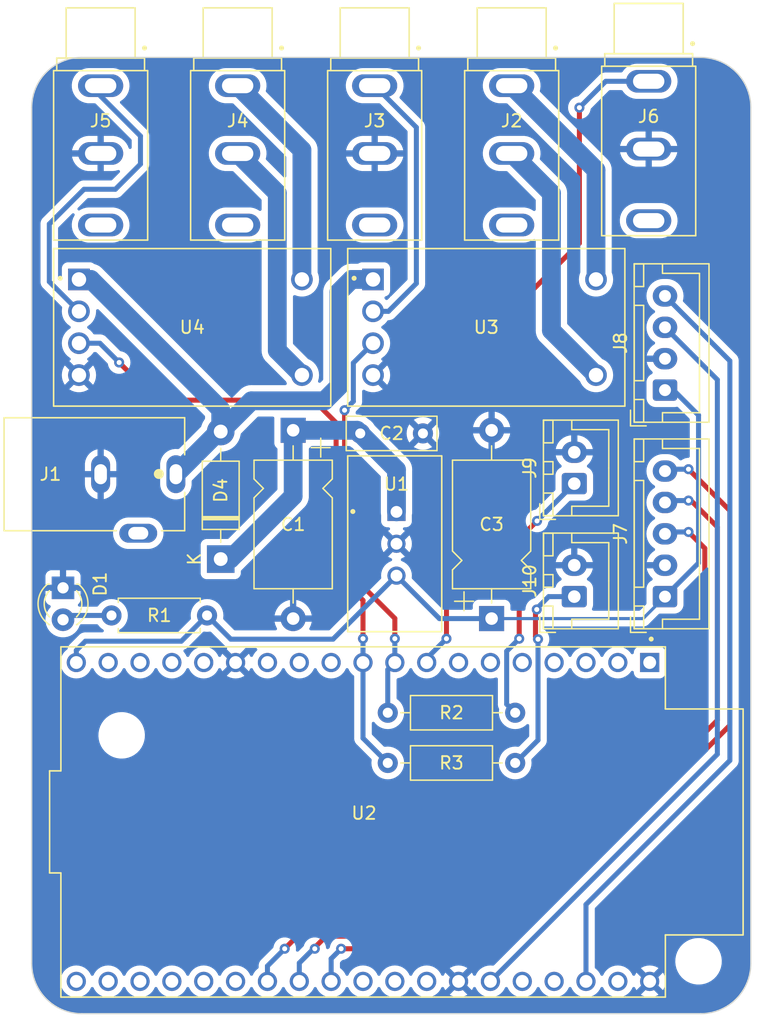
<source format=kicad_pcb>
(kicad_pcb (version 20221018) (generator pcbnew)
  (layers (0 "F.Cu" signal) (31 "B.Cu" signal) (34 "B.Paste" user) (35 "F.Paste" user) (36 "B.SilkS" user "B.Silkscreen") (37 "F.SilkS" user "F.Silkscreen") (38 "B.Mask" user) (39 "F.Mask" user) (44 "Edge.Cuts" user))
  (net 0 "")
  (net 1 "GND")
  (net 2 "+5V")
  (net 3 "/AN_1.1")
  (net 4 "/AN_2.1")
  (net 5 "/PWM_2.2")
  (net 6 "/SCL")
  (net 7 "/SDA")
  (net 8 "/A")
  (net 10 "VCC")
  (net 11 "Net-(U3--Vout)")
  (net 12 "Net-(U3-+Vout)")
  (net 18 "/trigger")
  (net 19 "Net-(D1-A)")
  (net 20 "Net-(J9-Pin_1)")
  (net 21 "Net-(J10-Pin_1)")
  (net 22 "Net-(D4-K)")
  (net 23 "Net-(U4-+Vout)")
  (net 24 "Net-(U4--Vout)")
  (net 44 "/SW")
  (net 46 "/B")
  (net 53 "/PWM_1.2")
  (footprint "DRIVER_LED:CUI_MJ-3502" (layer "F.Cu") (at 48.175 27.8 -90)
    (fp_text reference "J3" (at -2.75 0 -180) (layer "F.SilkS") (effects (font (size 1.000583 1.000583))))
    (fp_text value "MJ-3502")
    (pad "1" thru_hole oval (at -5.55 0 270) (size 1.8 3.6) (drill oval 1.2 2.5) (layers "*.Cu" "*.Mask") (net 3 "/AN_1.1"))
    (pad "2" thru_hole oval (at -0.15 0 270) (size 1.8 3.6) (drill oval 1.2 2.5) (layers "*.Cu" "*.Mask") (net 1 "GND"))
    (pad "3" thru_hole oval (at 5.55 0 270) (size 1.8 3.6) (drill oval 1.2 2.5) (layers "*.Cu" "*.Mask"))
  )
  (footprint "Resistor_THT:R_Axial_DIN0207_L6.3mm_D2.5mm_P7.62mm_Horizontal" (layer "F.Cu") (at 34.81 64.45 180)
    (fp_text reference "R1" (at 3.81 0 180) (layer "F.SilkS"))
    (fp_text value "R" hide)
    (pad "1" thru_hole circle (at 0 0 180) (size 1.6 1.6) (drill 0.8) (layers "*.Cu" "*.Mask") (net 2 "+5V"))
    (pad "2" thru_hole oval (at 7.62 0 180) (size 1.6 1.6) (drill 0.8) (layers "*.Cu" "*.Mask") (net 19 "Net-(D1-A)"))
  )
  (footprint "DRIVER_LED:TSR_2-2450" (layer "F.Cu") (at 49.775 58.74 -90)
    (fp_text reference "U1" (at -4.75 -0.14) (layer "F.SilkS"))
    (fp_text value "TSR1-2450E")
    (pad "1" thru_hole rect (at -2.54 -0.14 270) (size 1.448 1.448) (drill 0.94) (layers "*.Cu" "*.Mask") (net 22 "Net-(D4-K)"))
    (pad "2" thru_hole circle (at 0 -0.14 270) (size 1.448 1.448) (drill 0.94) (layers "*.Cu" "*.Mask") (net 1 "GND"))
    (pad "3" thru_hole circle (at 2.54 -0.14 270) (size 1.448 1.448) (drill 0.94) (layers "*.Cu" "*.Mask") (net 2 "+5V"))
  )
  (footprint "DRIVER_LED:CONV_RCD-24-1.20" (layer "F.Cu") (at 57.075 41.5)
    (fp_text reference "U3" (at 0 0) (layer "F.SilkS"))
    (fp_text value "RCD-24_1")
    (pad "1" thru_hole rect (at -9.03 -3.815) (size 1.725 1.725) (drill 1.15) (layers "*.Cu" "*.Mask") (net 10 "VCC"))
    (pad "2" thru_hole circle (at -9.03 -1.275) (size 1.725 1.725) (drill 1.15) (layers "*.Cu" "*.Mask") (net 3 "/AN_1.1"))
    (pad "3" thru_hole circle (at -9.03 1.265) (size 1.725 1.725) (drill 1.15) (layers "*.Cu" "*.Mask") (net 53 "/PWM_1.2"))
    (pad "4" thru_hole circle (at -9.03 3.805) (size 1.725 1.725) (drill 1.15) (layers "*.Cu" "*.Mask") (net 1 "GND"))
    (pad "5" thru_hole circle (at 8.75 3.805) (size 1.725 1.725) (drill 1.15) (layers "*.Cu" "*.Mask") (net 11 "Net-(U3--Vout)"))
    (pad "6" thru_hole circle (at 8.75 -3.815) (size 1.725 1.725) (drill 1.15) (layers "*.Cu" "*.Mask") (net 12 "Net-(U3-+Vout)"))
  )
  (footprint "Resistor_THT:R_Axial_DIN0207_L6.3mm_D2.5mm_P10.16mm_Horizontal" (layer "F.Cu") (at 49.22 76.2)
    (fp_text reference "R3" (at 5.08 0) (layer "F.SilkS"))
    (fp_text value "R" hide)
    (pad "1" thru_hole circle (at 0 0) (size 1.6 1.6) (drill 0.8) (layers "*.Cu" "*.Mask") (net 5 "/PWM_2.2"))
    (pad "2" thru_hole oval (at 10.16 0) (size 1.6 1.6) (drill 0.8) (layers "*.Cu" "*.Mask") (net 21 "Net-(J10-Pin_1)"))
  )
  (footprint "Connector_JST:JST_XH_B4B-XH-A_1x04_P2.50mm_Vertical" (layer "F.Cu") (at 71.325 46.5 90)
    (fp_text reference "J8" (at 3.75 -3.55 90) (layer "F.SilkS"))
    (fp_text value "EcranIHM")
    (pad "1" thru_hole roundrect (at 0 0 90) (size 1.7 1.95) (drill 0.95) (layers "*.Cu" "*.Mask") (roundrect_rratio 0.1470588235) (net 2 "+5V"))
    (pad "2" thru_hole oval (at 2.5 0 90) (size 1.7 1.95) (drill 0.95) (layers "*.Cu" "*.Mask") (net 1 "GND"))
    (pad "3" thru_hole oval (at 5 0 90) (size 1.7 1.95) (drill 0.95) (layers "*.Cu" "*.Mask") (net 7 "/SDA"))
    (pad "4" thru_hole oval (at 7.5 0 90) (size 1.7 1.95) (drill 0.95) (layers "*.Cu" "*.Mask") (net 6 "/SCL"))
  )
  (footprint "DRIVER_LED:CUI_MJ-3502" (layer "F.Cu") (at 37.25 27.8 -90)
    (fp_text reference "J4" (at -2.75 0) (layer "F.SilkS") (effects (font (size 1.000583 1.000583))))
    (fp_text value "MJ-3502")
    (pad "1" thru_hole oval (at -5.55 0 270) (size 1.8 3.6) (drill oval 1.2 2.5) (layers "*.Cu" "*.Mask") (net 23 "Net-(U4-+Vout)"))
    (pad "2" thru_hole oval (at -0.15 0 270) (size 1.8 3.6) (drill oval 1.2 2.5) (layers "*.Cu" "*.Mask") (net 24 "Net-(U4--Vout)"))
    (pad "3" thru_hole oval (at 5.55 0 270) (size 1.8 3.6) (drill oval 1.2 2.5) (layers "*.Cu" "*.Mask"))
  )
  (footprint "DRIVER_LED:CUI_PJ-102AH" (layer "F.Cu") (at 25.825 53.2 180)
    (fp_text reference "J1" (at 3.5 0) (layer "F.SilkS") (effects (font (size 1.001213 1.001213))))
    (fp_text value "PJ-102AH")
    (pad "1" thru_hole oval (at -6.5 0 180) (size 1.508 3.016) (drill oval 1 1.6) (layers "*.Cu" "*.Mask") (net 10 "VCC"))
    (pad "2" thru_hole oval (at -0.5 0 180) (size 1.508 3.016) (drill oval 1 1.6) (layers "*.Cu" "*.Mask") (net 1 "GND"))
    (pad "3" thru_hole oval (at -3.5 -4.7 180) (size 3.016 1.508) (drill oval 1.6 1) (layers "*.Cu" "*.Mask"))
  )
  (footprint "DRIVER_LED:CUI_MJ-3502" (layer "F.Cu") (at 26.325 27.8 -90)
    (fp_text reference "J5" (at -2.75 0 -180) (layer "F.SilkS") (effects (font (size 1.000583 1.000583))))
    (fp_text value "MJ-3502")
    (pad "1" thru_hole oval (at -5.55 0 270) (size 1.8 3.6) (drill oval 1.2 2.5) (layers "*.Cu" "*.Mask") (net 4 "/AN_2.1"))
    (pad "2" thru_hole oval (at -0.15 0 270) (size 1.8 3.6) (drill oval 1.2 2.5) (layers "*.Cu" "*.Mask") (net 1 "GND"))
    (pad "3" thru_hole oval (at 5.55 0 270) (size 1.8 3.6) (drill oval 1.2 2.5) (layers "*.Cu" "*.Mask"))
  )
  (footprint "Connector_JST:JST_XH_B2B-XH-A_1x02_P2.50mm_Vertical" (layer "F.Cu") (at 64.091666 53.95 90)
    (fp_text reference "J9" (at 1.25 -3.55 90) (layer "F.SilkS"))
    (fp_text value "LEDINFO1")
    (pad "1" thru_hole roundrect (at 0 0 90) (size 1.7 2) (drill 1) (layers "*.Cu" "*.Mask") (roundrect_rratio 0.1470588235) (net 20 "Net-(J9-Pin_1)"))
    (pad "2" thru_hole oval (at 2.5 0 90) (size 1.7 2) (drill 1) (layers "*.Cu" "*.Mask") (net 1 "GND"))
  )
  (footprint "Diode_THT:D_DO-41_SOD81_P10.16mm_Horizontal" (layer "F.Cu") (at 35.9 59.96 90)
    (fp_text reference "D4" (at 5.47 0 90) (layer "F.SilkS"))
    (fp_text value "D_Schottky")
    (fp_text user "K" (at 0 -2.1 90) (layer "F.SilkS"))
    (pad "1" thru_hole rect (at 0 0 90) (size 2.2 2.2) (drill 1.1) (layers "*.Cu" "*.Mask") (net 22 "Net-(D4-K)"))
    (pad "2" thru_hole oval (at 10.16 0 90) (size 2.2 2.2) (drill 1.1) (layers "*.Cu" "*.Mask") (net 10 "VCC"))
  )
  (footprint "MountingHole:MountingHole_3.2mm_M3" (layer "F.Cu") (at 74 92)
    (fp_text reference "H1" hide)
    (fp_text value "MountingHole" hide)
    (pad "" np_thru_hole circle (at 0 0) (size 3.2 3.2) (drill 3.2) (layers "F&B.Cu" "*.Mask"))
  )
  (footprint "Capacitor_THT:C_Rect_L7.0mm_W2.5mm_P5.00mm" (layer "F.Cu") (at 47.025 49.95)
    (fp_text reference "C2" (at 2.5 0) (layer "F.SilkS"))
    (fp_text value "100n" hide)
    (pad "1" thru_hole circle (at 0 0) (size 1.6 1.6) (drill 0.8) (layers "*.Cu" "*.Mask") (net 22 "Net-(D4-K)"))
    (pad "2" thru_hole circle (at 5 0) (size 1.6 1.6) (drill 0.8) (layers "*.Cu" "*.Mask") (net 1 "GND"))
  )
  (footprint "DRIVER_LED:CUI_MJ-3502" (layer "F.Cu") (at 59.1 27.8 -90)
    (fp_text reference "J2" (at -2.75 0 -180) (layer "F.SilkS") (effects (font (size 1.000583 1.000583))))
    (fp_text value "MJ-3502")
    (pad "1" thru_hole oval (at -5.55 0 270) (size 1.8 3.6) (drill oval 1.2 2.5) (layers "*.Cu" "*.Mask") (net 12 "Net-(U3-+Vout)"))
    (pad "2" thru_hole oval (at -0.15 0 270) (size 1.8 3.6) (drill oval 1.2 2.5) (layers "*.Cu" "*.Mask") (net 11 "Net-(U3--Vout)"))
    (pad "3" thru_hole oval (at 5.55 0 270) (size 1.8 3.6) (drill oval 1.2 2.5) (layers "*.Cu" "*.Mask"))
  )
  (footprint "MountingHole:MountingHole_3.2mm_M3" (layer "F.Cu") (at 28 74)
    (fp_text reference "H2" hide)
    (fp_text value "MountingHole" hide)
    (pad "" np_thru_hole circle (at 0 0) (size 3.2 3.2) (drill 3.2) (layers "F&B.Cu" "*.Mask"))
  )
  (footprint "DRIVER_LED:CONV_RCD-24-1.20" (layer "F.Cu") (at 33.625 41.5)
    (fp_text reference "U4" (at 0 0) (layer "F.SilkS"))
    (fp_text value "RCD-24_2")
    (pad "1" thru_hole rect (at -9.03 -3.815) (size 1.725 1.725) (drill 1.15) (layers "*.Cu" "*.Mask") (net 10 "VCC"))
    (pad "2" thru_hole circle (at -9.03 -1.275) (size 1.725 1.725) (drill 1.15) (layers "*.Cu" "*.Mask") (net 4 "/AN_2.1"))
    (pad "3" thru_hole circle (at -9.03 1.265) (size 1.725 1.725) (drill 1.15) (layers "*.Cu" "*.Mask") (net 5 "/PWM_2.2"))
    (pad "4" thru_hole circle (at -9.03 3.805) (size 1.725 1.725) (drill 1.15) (layers "*.Cu" "*.Mask") (net 1 "GND"))
    (pad "5" thru_hole circle (at 8.75 3.805) (size 1.725 1.725) (drill 1.15) (layers "*.Cu" "*.Mask") (net 24 "Net-(U4--Vout)"))
    (pad "6" thru_hole circle (at 8.75 -3.815) (size 1.725 1.725) (drill 1.15) (layers "*.Cu" "*.Mask") (net 23 "Net-(U4-+Vout)"))
  )
  (footprint "Capacitor_THT:CP_Axial_L10.0mm_D6.0mm_P15.00mm_Horizontal" (layer "F.Cu") (at 57.5 64.7 90)
    (fp_text reference "C3" (at 7.5 0 180) (layer "F.SilkS"))
    (fp_text value "100u" hide)
    (pad "1" thru_hole rect (at 0 0 90) (size 2 2) (drill 1) (layers "*.Cu" "*.Mask") (net 2 "+5V"))
    (pad "2" thru_hole oval (at 15 0 90) (size 2 2) (drill 1) (layers "*.Cu" "*.Mask") (net 1 "GND"))
  )
  (footprint "LED_THT:LED_D3.0mm" (layer "F.Cu") (at 23.325 62.25 -90)
    (fp_text reference "D1" (at -0.3 -2.96 90) (layer "F.SilkS"))
    (fp_text value "LED VERTE")
    (pad "1" thru_hole rect (at 0 0 270) (size 1.8 1.8) (drill 0.9) (layers "*.Cu" "*.Mask") (net 1 "GND"))
    (pad "2" thru_hole circle (at 2.54 0 270) (size 1.8 1.8) (drill 0.9) (layers "*.Cu" "*.Mask") (net 19 "Net-(D1-A)"))
  )
  (footprint "Capacitor_THT:CP_Axial_L10.0mm_D6.0mm_P15.00mm_Horizontal" (layer "F.Cu") (at 41.675 49.7 -90)
    (fp_text reference "C1" (at 7.5 0 -180) (layer "F.SilkS"))
    (fp_text value "10u" hide)
    (pad "1" thru_hole rect (at 0 0 270) (size 2 2) (drill 1) (layers "*.Cu" "*.Mask") (net 22 "Net-(D4-K)"))
    (pad "2" thru_hole oval (at 15 0 270) (size 2 2) (drill 1) (layers "*.Cu" "*.Mask") (net 1 "GND"))
  )
  (footprint "DRIVER_LED:CUI_MJ-3502" (layer "F.Cu") (at 70.025 27.45 -90)
    (fp_text reference "J6" (at -2.75 0) (layer "F.SilkS") (effects (font (size 1.000583 1.000583))))
    (fp_text value "MJ-3502")
    (pad "1" thru_hole oval (at -5.55 0 270) (size 1.8 3.6) (drill oval 1.2 2.5) (layers "*.Cu" "*.Mask") (net 18 "/trigger"))
    (pad "2" thru_hole oval (at -0.15 0 270) (size 1.8 3.6) (drill oval 1.2 2.5) (layers "*.Cu" "*.Mask") (net 1 "GND"))
    (pad "3" thru_hole oval (at 5.55 0 270) (size 1.8 3.6) (drill oval 1.2 2.5) (layers "*.Cu" "*.Mask"))
  )
  (footprint "DRIVER_LED:MODULE_ESP32-DEVKITC" (layer "F.Cu") (at 47.255 80.9 -90)
    (fp_text reference "U2" (at -0.7 -0.07 -180) (layer "F.SilkS"))
    (fp_text value "ESP32-DEVKITC")
    (pad "1" thru_hole rect (at -12.7 -22.85 270) (size 1.53 1.53) (drill 1.02) (layers "*.Cu" "*.Mask"))
    (pad "2" thru_hole circle (at -12.7 -20.31 270) (size 1.53 1.53) (drill 1.02) (layers "*.Cu" "*.Mask"))
    (pad "3" thru_hole circle (at -12.7 -17.77 270) (size 1.53 1.53) (drill 1.02) (layers "*.Cu" "*.Mask"))
    (pad "4" thru_hole circle (at -12.7 -15.23 270) (size 1.53 1.53) (drill 1.02) (layers "*.Cu" "*.Mask"))
    (pad "5" thru_hole circle (at -12.7 -12.69 270) (size 1.53 1.53) (drill 1.02) (layers "*.Cu" "*.Mask"))
    (pad "6" thru_hole circle (at -12.7 -10.15 270) (size 1.53 1.53) (drill 1.02) (layers "*.Cu" "*.Mask"))
    (pad "7" thru_hole circle (at -12.7 -7.61 270) (size 1.53 1.53) (drill 1.02) (layers "*.Cu" "*.Mask"))
    (pad "8" thru_hole circle (at -12.7 -5.07 270) (size 1.53 1.53) (drill 1.02) (layers "*.Cu" "*.Mask") (net 18 "/trigger"))
    (pad "9" thru_hole circle (at -12.7 -2.53 270) (size 1.53 1.53) (drill 1.02) (layers "*.Cu" "*.Mask") (net 53 "/PWM_1.2"))
    (pad "10" thru_hole circle (at -12.7 0.01 270) (size 1.53 1.53) (drill 1.02) (layers "*.Cu" "*.Mask") (net 5 "/PWM_2.2"))
    (pad "11" thru_hole circle (at -12.7 2.55 270) (size 1.53 1.53) (drill 1.02) (layers "*.Cu" "*.Mask"))
    (pad "12" thru_hole circle (at -12.7 5.09 270) (size 1.53 1.53) (drill 1.02) (layers "*.Cu" "*.Mask"))
    (pad "13" thru_hole circle (at -12.7 7.63 270) (size 1.53 1.53) (drill 1.02) (layers "*.Cu" "*.Mask"))
    (pad "14" thru_hole circle (at -12.7 10.17 270) (size 1.53 1.53) (drill 1.02) (layers "*.Cu" "*.Mask") (net 1 "GND"))
    (pad "15" thru_hole circle (at -12.7 12.71 270) (size 1.53 1.53) (drill 1.02) (layers "*.Cu" "*.Mask"))
    (pad "16" thru_hole circle (at -12.7 15.25 270) (size 1.53 1.53) (drill 1.02) (layers "*.Cu" "*.Mask"))
    (pad "17" thru_hole circle (at -12.7 17.79 270) (size 1.53 1.53) (drill 1.02) (layers "*.Cu" "*.Mask"))
    (pad "18" thru_hole circle (at -12.7 20.33 270) (size 1.53 1.53) (drill 1.02) (layers "*.Cu" "*.Mask"))
    (pad "19" thru_hole circle (at -12.7 22.87 270) (size 1.53 1.53) (drill 1.02) (layers "*.Cu" "*.Mask") (net 2 "+5V"))
    (pad "20" thru_hole circle (at 12.7 22.87 270) (size 1.53 1.53) (drill 1.02) (layers "*.Cu" "*.Mask"))
    (pad "21" thru_hole circle (at 12.7 20.33 270) (size 1.53 1.53) (drill 1.02) (layers "*.Cu" "*.Mask"))
    (pad "22" thru_hole circle (at 12.7 17.79 270) (size 1.53 1.53) (drill 1.02) (layers "*.Cu" "*.Mask"))
    (pad "23" thru_hole circle (at 12.7 15.25 270) (size 1.53 1.53) (drill 1.02) (layers "*.Cu" "*.Mask"))
    (pad "24" thru_hole circle (at 12.7 12.71 270) (size 1.53 1.53) (drill 1.02) (layers "*.Cu" "*.Mask"))
    (pad "25" thru_hole circle (at 12.7 10.17 270) (size 1.53 1.53) (drill 1.02) (layers "*.Cu" "*.Mask"))
    (pad "26" thru_hole circle (at 12.7 7.63 270) (size 1.53 1.53) (drill 1.02) (layers "*.Cu" "*.Mask") (net 44 "/SW"))
    (pad "27" thru_hole circle (at 12.7 5.09 270) (size 1.53 1.53) (drill 1.02) (layers "*.Cu" "*.Mask") (net 46 "/B"))
    (pad "28" thru_hole circle (at 12.7 2.55 270) (size 1.53 1.53) (drill 1.02) (layers "*.Cu" "*.Mask") (net 8 "/A"))
    (pad "29" thru_hole circle (at 12.7 0.01 270) (size 1.53 1.53) (drill 1.02) (layers "*.Cu" "*.Mask"))
    (pad "30" thru_hole circle (at 12.7 -2.53 270) (size 1.53 1.53) (drill 1.02) (layers "*.Cu" "*.Mask"))
    (pad "31" thru_hole circle (at 12.7 -5.07 270) (size 1.53 1.53) (drill 1.02) (layers "*.Cu" "*.Mask"))
    (pad "32" thru_hole circle (at 12.7 -7.61 270) (size 1.53 1.53) (drill 1.02) (layers "*.Cu" "*.Mask") (net 1 "GND"))
    (pad "33" thru_hole circle (at 12.7 -10.15 270) (size 1.53 1.53) (drill 1.02) (layers "*.Cu" "*.Mask") (net 7 "/SDA"))
    (pad "34" thru_hole circle (at 12.7 -12.69 270) (size 1.53 1.53) (drill 1.02) (layers "*.Cu" "*.Mask"))
    (pad "35" thru_hole circle (at 12.7 -15.23 270) (size 1.53 1.53) (drill 1.02) (layers "*.Cu" "*.Mask"))
    (pad "36" thru_hole circle (at 12.7 -17.77 270) (size 1.53 1.53) (drill 1.02) (layers "*.Cu" "*.Mask") (net 6 "/SCL"))
    (pad "37" thru_hole circle (at 12.7 -20.31 270) (size 1.53 1.53) (drill 1.02) (layers "*.Cu" "*.Mask"))
    (pad "38" thru_hole circle (at 12.7 -22.85 270) (size 1.53 1.53) (drill 1.02) (layers "*.Cu" "*.Mask") (net 1 "GND"))
  )
  (footprint "Connector_JST:JST_XH_B2B-XH-A_1x02_P2.50mm_Vertical" (layer "F.Cu") (at 64.091666 62.95 90)
    (fp_text reference "J10" (at 1.25 -3.55 90) (layer "F.SilkS"))
    (fp_text value "LEDINFO2")
    (pad "1" thru_hole roundrect (at 0 0 90) (size 1.7 2) (drill 1) (layers "*.Cu" "*.Mask") (roundrect_rratio 0.1470588235) (net 21 "Net-(J10-Pin_1)"))
    (pad "2" thru_hole oval (at 2.5 0 90) (size 1.7 2) (drill 1) (layers "*.Cu" "*.Mask") (net 1 "GND"))
  )
  (footprint "Resistor_THT:R_Axial_DIN0207_L6.3mm_D2.5mm_P10.16mm_Horizontal" (layer "F.Cu") (at 49.22 72.2)
    (fp_text reference "R2" (at 5.08 0) (layer "F.SilkS"))
    (fp_text value "R" hide)
    (pad "1" thru_hole circle (at 0 0) (size 1.6 1.6) (drill 0.8) (layers "*.Cu" "*.Mask") (net 53 "/PWM_1.2"))
    (pad "2" thru_hole oval (at 10.16 0) (size 1.6 1.6) (drill 0.8) (layers "*.Cu" "*.Mask") (net 20 "Net-(J9-Pin_1)"))
  )
  (footprint "Connector_JST:JST_XH_B5B-XH-A_1x05_P2.50mm_Vertical" (layer "F.Cu") (at 71.325 62.95 90)
    (fp_text reference "J7" (at 5 -3.55 90) (layer "F.SilkS"))
    (fp_text value "Encodeur Rotatif")
    (pad "1" thru_hole roundrect (at 0 0 90) (size 1.7 1.95) (drill 0.95) (layers "*.Cu" "*.Mask") (roundrect_rratio 0.1470588235) (net 2 "+5V"))
    (pad "2" thru_hole oval (at 2.5 0 90) (size 1.7 1.95) (drill 0.95) (layers "*.Cu" "*.Mask") (net 1 "GND"))
    (pad "3" thru_hole oval (at 5 0 90) (size 1.7 1.95) (drill 0.95) (layers "*.Cu" "*.Mask") (net 44 "/SW"))
    (pad "4" thru_hole oval (at 7.5 0 90) (size 1.7 1.95) (drill 0.95) (layers "*.Cu" "*.Mask") (net 46 "/B"))
    (pad "5" thru_hole oval (at 10 0 90) (size 1.7 1.95) (drill 0.95) (layers "*.Cu" "*.Mask") (net 8 "/A"))
  )
  (gr_line (start 24.828427 20) (end 74.171573 20) (stroke (width 0.1)) (layer "Edge.Cuts"))
  (gr_arc (start 20.828427 24) (mid 22 21.171573) (end 24.828427 20) (stroke (width 0.1)) (layer "Edge.Cuts"))
  (gr_line (start 20.828427 92.171573) (end 20.828427 24) (stroke (width 0.1)) (layer "Edge.Cuts"))
  (gr_line (start 78.171573 24) (end 78.171573 92.171573) (stroke (width 0.1)) (layer "Edge.Cuts"))
  (gr_arc (start 24.828427 96.171573) (mid 22 95) (end 20.828427 92.171573) (stroke (width 0.1)) (layer "Edge.Cuts"))
  (gr_arc (start 78.171573 92.171573) (mid 77 95) (end 74.171573 96.171573) (stroke (width 0.1)) (layer "Edge.Cuts"))
  (gr_arc (start 74.171573 20) (mid 77 21.171573) (end 78.171573 24) (stroke (width 0.1)) (layer "Edge.Cuts"))
  (gr_line (start 74.171573 96.171573) (end 24.828427 96.171573) (stroke (width 0.1)) (layer "Edge.Cuts"))
  (segment (start 23.325 62.25) (end 23.4 62.25) (width 1.5) (layer "B.Cu") (net 1))
  (segment (start 49.915 61.28) (end 53.335 64.7) (width 0.4) (layer "B.Cu") (net 2))
  (segment (start 24.385 68.2) (end 24.385 67.23) (width 0.4) (layer "B.Cu") (net 2))
  (segment (start 24.385 67.23) (end 25.115 66.5) (width 0.4) (layer "B.Cu") (net 2))
  (segment (start 71.325 62.95) (end 74 60.275) (width 0.4) (layer "B.Cu") (net 2))
  (segment (start 25.115 66.5) (end 32.76 66.5) (width 0.4) (layer "B.Cu") (net 2))
  (segment (start 34.81 64.45) (end 36.7 66.34) (width 0.4) (layer "B.Cu") (net 2))
  (segment (start 74 48.5) (end 72 46.5) (width 0.4) (layer "B.Cu") (net 2))
  (segment (start 32.76 66.5) (end 34.81 64.45) (width 0.4) (layer "B.Cu") (net 2))
  (segment (start 69.575 64.7) (end 71.325 62.95) (width 0.25) (layer "B.Cu") (net 2))
  (segment (start 44.855 66.34) (end 49.915 61.28) (width 0.4) (layer "B.Cu") (net 2))
  (segment (start 53.335 64.7) (end 57.508333 64.7) (width 0.4) (layer "B.Cu") (net 2))
  (segment (start 72 46.5) (end 71.325 46.5) (width 0.4) (layer "B.Cu") (net 2))
  (segment (start 57.5 64.7) (end 69.575 64.7) (width 0.25) (layer "B.Cu") (net 2))
  (segment (start 74 60.275) (end 74 48.5) (width 0.4) (layer "B.Cu") (net 2))
  (segment (start 36.7 66.34) (end 44.855 66.34) (width 0.4) (layer "B.Cu") (net 2))
  (segment (start 49.275 40.225) (end 48.045 40.225) (width 0.4) (layer "B.Cu") (net 3))
  (segment (start 51.5 38) (end 49.275 40.225) (width 0.4) (layer "B.Cu") (net 3))
  (segment (start 48.175 22.25) (end 51.5 25.575) (width 0.4) (layer "B.Cu") (net 3))
  (segment (start 51.5 25.575) (end 51.5 38) (width 0.4) (layer "B.Cu") (net 3))
  (segment (start 26.325 23.085) (end 29.5 26.26) (width 0.4) (layer "B.Cu") (net 4))
  (segment (start 22.23 37.86) (end 24.595 40.225) (width 0.4) (layer "B.Cu") (net 4))
  (segment (start 29.5 26.26) (end 29.5 28.5) (width 0.4) (layer "B.Cu") (net 4))
  (segment (start 27.5 30.5) (end 25 30.5) (width 0.4) (layer "B.Cu") (net 4))
  (segment (start 26.325 22.25) (end 26.325 23.085) (width 0.4) (layer "B.Cu") (net 4))
  (segment (start 25 30.5) (end 22.23 33.27) (width 0.4) (layer "B.Cu") (net 4))
  (segment (start 22.23 33.27) (end 22.23 37.86) (width 0.4) (layer "B.Cu") (net 4))
  (segment (start 29.5 28.5) (end 27.5 30.5) (width 0.4) (layer "B.Cu") (net 4))
  (segment (start 45.1 49.1) (end 43.3 47.3) (width 0.4) (layer "F.Cu") (net 5))
  (segment (start 47.245 63.245) (end 45.1 61.1) (width 0.4) (layer "F.Cu") (net 5))
  (segment (start 43.3 47.3) (end 30.8 47.3) (width 0.4) (layer "F.Cu") (net 5))
  (segment (start 30.8 47.3) (end 27.8 44.3) (width 0.4) (layer "F.Cu") (net 5))
  (segment (start 45.1 61.1) (end 45.1 49.1) (width 0.4) (layer "F.Cu") (net 5))
  (segment (start 47.245 66.3) (end 47.245 63.245) (width 0.4) (layer "F.Cu") (net 5))
  (via (at 27.8 44.3) (size 0.8) (drill 0.4) (layers "F.Cu" "B.Cu") (net 5))
  (via (at 47.245 66.3) (size 0.8) (drill 0.4) (layers "F.Cu" "B.Cu") (net 5))
  (segment (start 26.265 42.765) (end 24.595 42.765) (width 0.4) (layer "B.Cu") (net 5))
  (segment (start 27.8 44.3) (end 26.265 42.765) (width 0.4) (layer "B.Cu") (net 5))
  (segment (start 47.245 74.225) (end 47.245 68.2) (width 0.4) (layer "B.Cu") (net 5))
  (segment (start 49.22 76.2) (end 47.245 74.225) (width 0.4) (layer "B.Cu") (net 5))
  (segment (start 47.245 66.3) (end 47.245 68.2) (width 0.4) (layer "B.Cu") (net 5))
  (segment (start 65.025 93.6) (end 65.025 87.475) (width 0.4) (layer "B.Cu") (net 6))
  (segment (start 76.5 44.175) (end 71.325 39) (width 0.4) (layer "B.Cu") (net 6))
  (segment (start 76.5 76) (end 76.5 44.175) (width 0.4) (layer "B.Cu") (net 6))
  (segment (start 65.025 87.475) (end 76.5 76) (width 0.4) (layer "B.Cu") (net 6))
  (segment (start 75.5 75.505) (end 75.5 45.675) (width 0.4) (layer "B.Cu") (net 7))
  (segment (start 75.5 45.675) (end 71.325 41.5) (width 0.4) (layer "B.Cu") (net 7))
  (segment (start 57.405 93.6) (end 75.5 75.505) (width 0.4) (layer "B.Cu") (net 7))
  (segment (start 45.5 91) (end 58.7 91) (width 0.4) (layer "F.Cu") (net 8))
  (segment (start 58.7 91) (end 76.5 73.2) (width 0.4) (layer "F.Cu") (net 8))
  (segment (start 76.5 73.2) (end 76.5 56.1) (width 0.4) (layer "F.Cu") (net 8))
  (segment (start 76.5 56.1) (end 73.2 52.8) (width 0.4) (layer "F.Cu") (net 8))
  (via (at 45.5 91) (size 0.8) (drill 0.4) (layers "F.Cu" "B.Cu") (net 8))
  (via (at 73.2 52.8) (size 0.8) (drill 0.4) (layers "F.Cu" "B.Cu") (net 8))
  (segment (start 45.5 91) (end 44.705 91.795) (width 0.4) (layer "B.Cu") (net 8))
  (segment (start 71.475 52.8) (end 71.325 52.95) (width 0.4) (layer "B.Cu") (net 8))
  (segment (start 73.2 52.8) (end 71.475 52.8) (width 0.4) (layer "B.Cu") (net 8))
  (segment (start 44.705 91.795) (end 44.705 93.6) (width 0.4) (layer "B.Cu") (net 8))
  (segment (start 35.9 48.044366) (end 25.540634 37.685) (width 1.5) (layer "B.Cu") (net 10))
  (segment (start 45.325 38.690868) (end 45.325 46) (width 1.5) (layer "B.Cu") (net 10))
  (segment (start 48.045 37.685) (end 46.330868 37.685) (width 1.5) (layer "B.Cu") (net 10))
  (segment (start 25.540634 37.685) (end 24.595 37.685) (width 1.5) (layer "B.Cu") (net 10))
  (segment (start 35.9 49.8) (end 38.345 47.355) (width 1.5) (layer "B.Cu") (net 10))
  (segment (start 46.330868 37.685) (end 45.325 38.690868) (width 1.5) (layer "B.Cu") (net 10))
  (segment (start 35.725 49.8) (end 32.325 53.2) (width 1.5) (layer "B.Cu") (net 10))
  (segment (start 35.9 49.8) (end 35.725 49.8) (width 1.5) (layer "B.Cu") (net 10))
  (segment (start 35.9 49.8) (end 35.9 48.244366) (width 1.5) (layer "B.Cu") (net 10))
  (segment (start 45.325 46.2) (end 44.17 47.355) (width 1.5) (layer "B.Cu") (net 10))
  (segment (start 44.17 47.355) (end 38.345 47.355) (width 1.5) (layer "B.Cu") (net 10))
  (segment (start 62.27 41.75) (end 65.825 45.305) (width 1.5) (layer "B.Cu") (net 11))
  (segment (start 62.27 30.82) (end 62.27 41.75) (width 1.5) (layer "B.Cu") (net 11))
  (segment (start 59.1 27.65) (end 62.27 30.82) (width 1.5) (layer "B.Cu") (net 11))
  (segment (start 59.1 22.25) (end 65.825 28.975) (width 1.5) (layer "B.Cu") (net 12))
  (segment (start 65.825 28.975) (end 65.825 37.685) (width 1.5) (layer "B.Cu") (net 12))
  (segment (start 53.9 45.4) (end 64.5 34.8) (width 0.4) (layer "F.Cu") (net 18))
  (segment (start 53.9 66.3) (end 53.9 45.4) (width 0.4) (layer "F.Cu") (net 18))
  (segment (start 64.5 34.8) (end 64.5 24) (width 0.4) (layer "F.Cu") (net 18))
  (via (at 64.5 24) (size 0.8) (drill 0.4) (layers "F.Cu" "B.Cu") (net 18))
  (via (at 53.9 66.3) (size 0.8) (drill 0.4) (layers "F.Cu" "B.Cu") (net 18))
  (segment (start 66.6 21.9) (end 70.025 21.9) (width 0.4) (layer "B.Cu") (net 18))
  (segment (start 53.9 66.3) (end 52.325 67.875) (width 0.4) (layer "B.Cu") (net 18))
  (segment (start 52.325 67.875) (end 52.325 68.2) (width 0.4) (layer "B.Cu") (net 18))
  (segment (start 64.5 24) (end 66.6 21.9) (width 0.4) (layer "B.Cu") (net 18))
  (segment (start 27.19 64.45) (end 23.665 64.45) (width 0.4) (layer "B.Cu") (net 19))
  (segment (start 23.665 64.45) (end 23.325 64.79) (width 0.4) (layer "B.Cu") (net 19))
  (segment (start 59.7 58.341666) (end 59.7 66.3) (width 0.4) (layer "F.Cu") (net 20))
  (segment (start 61.120833 56.920833) (end 59.7 58.341666) (width 0.4) (layer "F.Cu") (net 20))
  (via (at 59.7 66.3) (size 0.8) (drill 0.4) (layers "F.Cu" "B.Cu") (net 20))
  (via (at 61.120833 56.920833) (size 0.8) (drill 0.4) (layers "F.Cu" "B.Cu") (net 20))
  (segment (start 58.7 71.52) (end 59.38 72.2) (width 0.4) (layer "B.Cu") (net 20))
  (segment (start 61.120833 56.920833) (end 64.091666 53.95) (width 0.4) (layer "B.Cu") (net 20))
  (segment (start 59.7 66.3) (end 58.7 67.3) (width 0.4) (layer "B.Cu") (net 20))
  (segment (start 58.7 67.3) (end 58.7 71.52) (width 0.4) (layer "B.Cu") (net 20))
  (segment (start 61 64.075) (end 61.1 63.975) (width 0.4) (layer "F.Cu") (net 21))
  (segment (start 61 66.14) (end 61 64.075) (width 0.4) (layer "F.Cu") (net 21))
  (segment (start 61.2 66.34) (end 61 66.14) (width 0.4) (layer "F.Cu") (net 21))
  (via (at 61.2 66.34) (size 0.8) (drill 0.4) (layers "F.Cu" "B.Cu") (net 21))
  (via (at 61.1 63.975) (size 0.8) (drill 0.4) (layers "F.Cu" "B.Cu") (net 21))
  (segment (start 61.2 74.38) (end 59.38 76.2) (width 0.4) (layer "B.Cu") (net 21))
  (segment (start 61.1 63.975) (end 61.1 63.9) (width 0.4) (layer "B.Cu") (net 21))
  (segment (start 62.05 62.95) (end 64.091666 62.95) (width 0.4) (layer "B.Cu") (net 21))
  (segment (start 61.2 66.34) (end 61.2 74.38) (width 0.4) (layer "B.Cu") (net 21))
  (segment (start 61.1 63.9) (end 62.05 62.95) (width 0.4) (layer "B.Cu") (net 21))
  (segment (start 47.025 49.95) (end 49.915 52.84) (width 1.5) (layer "B.Cu") (net 22))
  (segment (start 35.9 59.96) (end 36.665 59.96) (width 1.5) (layer "B.Cu") (net 22))
  (segment (start 46.775 49.7) (end 47.025 49.95) (width 1.5) (layer "B.Cu") (net 22))
  (segment (start 41.675 54.95) (end 41.675 49.7) (width 1.5) (layer "B.Cu") (net 22))
  (segment (start 36.665 59.96) (end 41.675 54.95) (width 1.5) (layer "B.Cu") (net 22))
  (segment (start 49.915 52.84) (end 49.915 56.2) (width 1.5) (layer "B.Cu") (net 22))
  (segment (start 41.675 49.7) (end 46.775 49.7) (width 1.5) (layer "B.Cu") (net 22))
  (segment (start 42.375 27.375) (end 42.375 37.685) (width 1.5) (layer "B.Cu") (net 23))
  (segment (start 37.25 22.25) (end 42.375 27.375) (width 1.5) (layer "B.Cu") (net 23))
  (segment (start 40.41 43.34) (end 42.375 45.305) (width 1.5) (layer "B.Cu") (net 24))
  (segment (start 40.41 30.81) (end 40.41 43.34) (width 1.5) (layer "B.Cu") (net 24))
  (segment (start 37.25 27.65) (end 40.41 30.81) (width 1.5) (layer "B.Cu") (net 24))
  (segment (start 43.1 88.9) (end 57.825 88.9) (width 0.4) (layer "F.Cu") (net 44))
  (segment (start 57.825 88.9) (end 74.5 72.225) (width 0.4) (layer "F.Cu") (net 44))
  (segment (start 41 91) (end 43.1 88.9) (width 0.4) (layer "F.Cu") (net 44))
  (segment (start 74.5 72.225) (end 74.5 59.1) (width 0.4) (layer "F.Cu") (net 44))
  (segment (start 74.5 59.1) (end 73.2 57.8) (width 0.4) (layer "F.Cu") (net 44))
  (via (at 41 91) (size 0.8) (drill 0.4) (layers "F.Cu" "B.Cu") (net 44))
  (via (at 73.2 57.8) (size 0.8) (drill 0.4) (layers "F.Cu" "B.Cu") (net 44))
  (segment (start 71.475 57.8) (end 71.325 57.95) (width 0.4) (layer "B.Cu") (net 44))
  (segment (start 73.2 57.8) (end 71.475 57.8) (width 0.4) (layer "B.Cu") (net 44))
  (segment (start 39.625 93.6) (end 39.625 92.375) (width 0.4) (layer "B.Cu") (net 44))
  (segment (start 39.625 92.375) (end 41 91) (width 0.4) (layer "B.Cu") (net 44))
  (segment (start 58.3 90) (end 44.3 90) (width 0.4) (layer "F.Cu") (net 46))
  (segment (start 73.2 55.3) (end 73.4 55.3) (width 0.4) (layer "F.Cu") (net 46))
  (segment (start 73.4 55.3) (end 75.5 57.4) (width 0.4) (layer "F.Cu") (net 46))
  (segment (start 44.3 90) (end 43.4 90.9) (width 0.4) (layer "F.Cu") (net 46))
  (segment (start 75.5 72.8) (end 58.3 90) (width 0.4) (layer "F.Cu") (net 46))
  (segment (start 75.5 57.4) (end 75.5 72.8) (width 0.4) (layer "F.Cu") (net 46))
  (via (at 43.4 91) (size 0.8) (drill 0.4) (layers "F.Cu" "B.Cu") (net 46))
  (via (at 73.2 55.3) (size 0.8) (drill 0.4) (layers "F.Cu" "B.Cu") (net 46))
  (segment (start 43.4 90.9) (end 42.165 92.135) (width 0.4) (layer "B.Cu") (net 46))
  (segment (start 42.165 92.135) (end 42.165 93.6) (width 0.4) (layer "B.Cu") (net 46))
  (segment (start 71.475 55.3) (end 71.325 55.45) (width 0.4) (layer "B.Cu") (net 46))
  (segment (start 73.2 55.3) (end 71.475 55.3) (width 0.4) (layer "B.Cu") (net 46))
  (segment (start 45.775 48.1) (end 45.775 60.675) (width 0.4) (layer "F.Cu") (net 53))
  (segment (start 49.785 64.685) (end 49.785 66.3) (width 0.4) (layer "F.Cu") (net 53))
  (segment (start 45.775 60.675) (end 49.785 64.685) (width 0.4) (layer "F.Cu") (net 53))
  (via (at 49.785 66.3) (size 0.8) (drill 0.4) (layers "F.Cu" "B.Cu") (net 53))
  (via (at 45.775 48.1) (size 0.8) (drill 0.4) (layers "F.Cu" "B.Cu") (net 53))
  (segment (start 46.475 47.4) (end 46.475 44.335) (width 0.4) (layer "B.Cu") (net 53))
  (segment (start 48.08 42.8) (end 48.045 42.765) (width 0.4) (layer "B.Cu") (net 53))
  (segment (start 46.475 44.335) (end 48.045 42.765) (width 0.4) (layer "B.Cu") (net 53))
  (segment (start 49.785 66.3) (end 49.785 68.2) (width 0.4) (layer "B.Cu") (net 53))
  (segment (start 45.775 48.1) (end 46.475 47.4) (width 0.4) (layer "B.Cu") (net 53))
  (segment (start 49.22 72.2) (end 49.22 68.765) (width 0.4) (layer "B.Cu") (net 53))
  (segment (start 49.22 68.765) (end 49.785 68.2) (width 0.4) (layer "B.Cu") (net 53))
  (zone (net 1) (net_name "GND") (layer "B.Cu") (connect_pads (clearance 0.5)) (min_thickness 0.25) (fill yes (thermal_gap 0.5) (thermal_bridge_width 0.5))
    (polygon (pts (xy 19 19) (xy 19 97) (xy 79 97) (xy 79 19)))
  )
)
</source>
